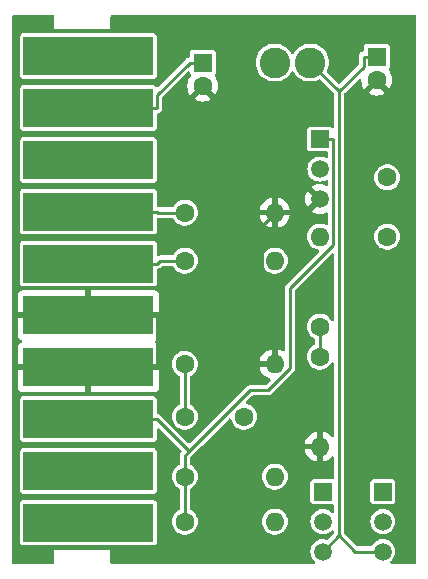
<source format=gbr>
G04 #@! TF.GenerationSoftware,KiCad,Pcbnew,8.0.1*
G04 #@! TF.CreationDate,2024-06-18T22:12:42-04:00*
G04 #@! TF.ProjectId,OdysseyDaughterCardHorizSyncGenerator,4f647973-7365-4794-9461-756768746572,1.0*
G04 #@! TF.SameCoordinates,Original*
G04 #@! TF.FileFunction,Copper,L2,Bot*
G04 #@! TF.FilePolarity,Positive*
%FSLAX46Y46*%
G04 Gerber Fmt 4.6, Leading zero omitted, Abs format (unit mm)*
G04 Created by KiCad (PCBNEW 8.0.1) date 2024-06-18 22:12:42*
%MOMM*%
%LPD*%
G01*
G04 APERTURE LIST*
G04 #@! TA.AperFunction,ComponentPad*
%ADD10R,1.500000X1.500000*%
G04 #@! TD*
G04 #@! TA.AperFunction,ComponentPad*
%ADD11C,1.500000*%
G04 #@! TD*
G04 #@! TA.AperFunction,SMDPad,CuDef*
%ADD12R,11.000000X3.250000*%
G04 #@! TD*
G04 #@! TA.AperFunction,ComponentPad*
%ADD13C,1.600000*%
G04 #@! TD*
G04 #@! TA.AperFunction,ComponentPad*
%ADD14R,1.600000X1.600000*%
G04 #@! TD*
G04 #@! TA.AperFunction,ComponentPad*
%ADD15C,2.600000*%
G04 #@! TD*
G04 #@! TA.AperFunction,ComponentPad*
%ADD16O,1.600000X1.600000*%
G04 #@! TD*
G04 #@! TA.AperFunction,Conductor*
%ADD17C,0.250000*%
G04 #@! TD*
G04 APERTURE END LIST*
D10*
X153924000Y-118110000D03*
D11*
X153924000Y-120650000D03*
X153924000Y-123190000D03*
D10*
X148844000Y-118110000D03*
D11*
X148844000Y-120650000D03*
X148844000Y-123190000D03*
D10*
X148590000Y-88265000D03*
D11*
X148590000Y-90805000D03*
X148590000Y-93345000D03*
D12*
X129000000Y-81250000D03*
X129000000Y-85638888D03*
X129000000Y-90027776D03*
X129000000Y-94416664D03*
X129000000Y-98805552D03*
X129000000Y-103194440D03*
X129000000Y-107583328D03*
X129000000Y-111972216D03*
X129000000Y-116361104D03*
X129000000Y-120749992D03*
D13*
X154305000Y-91520000D03*
X154305000Y-96520000D03*
X142160000Y-111760000D03*
X137160000Y-111760000D03*
X138684000Y-83788000D03*
D14*
X138684000Y-81788000D03*
D13*
X153416000Y-83280000D03*
D14*
X153416000Y-81280000D03*
D15*
X147780000Y-81788000D03*
X144780000Y-81788000D03*
D16*
X144780000Y-120650000D03*
D13*
X137160000Y-120650000D03*
D16*
X144780000Y-98552000D03*
D13*
X137160000Y-98552000D03*
D16*
X144780000Y-116840000D03*
D13*
X137160000Y-116840000D03*
D16*
X148590000Y-96520000D03*
D13*
X148590000Y-104140000D03*
D16*
X144780000Y-107315000D03*
D13*
X137160000Y-107315000D03*
D16*
X148590000Y-114300000D03*
D13*
X148590000Y-106680000D03*
D16*
X144780000Y-94488000D03*
D13*
X137160000Y-94488000D03*
D17*
X151605600Y-123190000D02*
X150224800Y-121809200D01*
X153924000Y-123190000D02*
X151605600Y-123190000D01*
X150224800Y-121809200D02*
X148844000Y-123190000D01*
X150224800Y-84232800D02*
X150224800Y-121809200D01*
X143654700Y-95613300D02*
X143654700Y-103194400D01*
X144780000Y-94488000D02*
X143654700Y-95613300D01*
X137160000Y-107315000D02*
X137160000Y-111760000D01*
X134825300Y-84521400D02*
X134825300Y-85638900D01*
X138684000Y-81788000D02*
X137558700Y-81788000D01*
X137558700Y-81788000D02*
X134825300Y-84521400D01*
X129000000Y-85638900D02*
X134825300Y-85638900D01*
X143654700Y-103194400D02*
X134825300Y-103194400D01*
X143654700Y-103194400D02*
X143654700Y-105064400D01*
X144780000Y-107315000D02*
X144780000Y-106189700D01*
X129000000Y-103194400D02*
X134825300Y-103194400D01*
X129000000Y-107583300D02*
X134825300Y-107583300D01*
X134825300Y-107583300D02*
X134825300Y-103194400D01*
X143654700Y-105064400D02*
X144780000Y-106189700D01*
X152290700Y-82166900D02*
X150224800Y-84232800D01*
X150224800Y-84232800D02*
X147780000Y-81788000D01*
X152290700Y-81280000D02*
X152290700Y-82166900D01*
X153416000Y-81280000D02*
X152290700Y-81280000D01*
X149717900Y-88317600D02*
X149717900Y-97237700D01*
X149665300Y-88265000D02*
X149717900Y-88317600D01*
X137540200Y-114687100D02*
X134825300Y-111972200D01*
X146068500Y-107672100D02*
X144203100Y-109537500D01*
X137540200Y-114687100D02*
X137160000Y-115067300D01*
X146068500Y-100887100D02*
X146068500Y-107672100D01*
X137160000Y-120650000D02*
X137160000Y-116840000D01*
X137160000Y-115067300D02*
X137160000Y-116840000D01*
X129000000Y-111972200D02*
X134825300Y-111972200D01*
X149717900Y-97237700D02*
X146068500Y-100887100D01*
X144203100Y-109537500D02*
X142689800Y-109537500D01*
X148590000Y-88265000D02*
X149665300Y-88265000D01*
X142689800Y-109537500D02*
X137540200Y-114687100D01*
X134896600Y-94488000D02*
X134825300Y-94416700D01*
X137160000Y-94488000D02*
X134896600Y-94488000D01*
X129000000Y-94416700D02*
X134825300Y-94416700D01*
X129000000Y-98805500D02*
X134825300Y-98805500D01*
X135078800Y-98552000D02*
X134825300Y-98805500D01*
X137160000Y-98552000D02*
X135078800Y-98552000D01*
X148590000Y-104140000D02*
X148590000Y-106680000D01*
G04 #@! TA.AperFunction,Conductor*
G36*
X126042539Y-77795185D02*
G01*
X126088294Y-77847989D01*
X126099500Y-77899500D01*
X126099500Y-78884982D01*
X126099500Y-78915018D01*
X126110994Y-78942767D01*
X126132233Y-78964006D01*
X126159982Y-78975500D01*
X126159984Y-78975500D01*
X130790016Y-78975500D01*
X130790018Y-78975500D01*
X130817767Y-78964006D01*
X130839006Y-78942767D01*
X130850500Y-78915018D01*
X130850500Y-77899500D01*
X130870185Y-77832461D01*
X130922989Y-77786706D01*
X130974500Y-77775500D01*
X156645500Y-77775500D01*
X156712539Y-77795185D01*
X156758294Y-77847989D01*
X156769500Y-77899500D01*
X156769500Y-124100500D01*
X156749815Y-124167539D01*
X156697011Y-124213294D01*
X156645500Y-124224500D01*
X154665928Y-124224500D01*
X154598889Y-124204815D01*
X154553134Y-124152011D01*
X154543190Y-124082853D01*
X154572215Y-124019297D01*
X154587264Y-124004646D01*
X154670410Y-123936410D01*
X154801685Y-123776450D01*
X154899232Y-123593954D01*
X154959300Y-123395934D01*
X154979583Y-123190000D01*
X154959300Y-122984066D01*
X154899232Y-122786046D01*
X154801685Y-122603550D01*
X154749702Y-122540209D01*
X154670410Y-122443589D01*
X154510452Y-122312317D01*
X154510453Y-122312317D01*
X154510450Y-122312315D01*
X154327954Y-122214768D01*
X154129934Y-122154700D01*
X154129932Y-122154699D01*
X154129934Y-122154699D01*
X153924000Y-122134417D01*
X153718067Y-122154699D01*
X153520043Y-122214769D01*
X153409898Y-122273643D01*
X153337550Y-122312315D01*
X153337548Y-122312316D01*
X153337547Y-122312317D01*
X153177589Y-122443589D01*
X153046315Y-122603549D01*
X153046310Y-122603555D01*
X152995320Y-122698953D01*
X152946358Y-122748798D01*
X152885962Y-122764500D01*
X151833210Y-122764500D01*
X151766171Y-122744815D01*
X151745529Y-122728181D01*
X150686619Y-121669271D01*
X150653134Y-121607948D01*
X150650300Y-121581590D01*
X150650300Y-120650000D01*
X152868417Y-120650000D01*
X152888699Y-120855932D01*
X152888700Y-120855934D01*
X152948768Y-121053954D01*
X153046315Y-121236450D01*
X153046317Y-121236452D01*
X153177589Y-121396410D01*
X153274209Y-121475702D01*
X153337550Y-121527685D01*
X153520046Y-121625232D01*
X153718066Y-121685300D01*
X153718065Y-121685300D01*
X153736529Y-121687118D01*
X153924000Y-121705583D01*
X154129934Y-121685300D01*
X154327954Y-121625232D01*
X154510450Y-121527685D01*
X154670410Y-121396410D01*
X154801685Y-121236450D01*
X154899232Y-121053954D01*
X154959300Y-120855934D01*
X154979583Y-120650000D01*
X154959300Y-120444066D01*
X154899232Y-120246046D01*
X154801685Y-120063550D01*
X154749702Y-120000209D01*
X154670410Y-119903589D01*
X154510452Y-119772317D01*
X154510453Y-119772317D01*
X154510450Y-119772315D01*
X154327954Y-119674768D01*
X154129934Y-119614700D01*
X154129932Y-119614699D01*
X154129934Y-119614699D01*
X153924000Y-119594417D01*
X153718067Y-119614699D01*
X153520043Y-119674769D01*
X153409898Y-119733643D01*
X153337550Y-119772315D01*
X153337548Y-119772316D01*
X153337547Y-119772317D01*
X153177589Y-119903589D01*
X153046317Y-120063547D01*
X153046315Y-120063550D01*
X153043841Y-120068179D01*
X152948769Y-120246043D01*
X152948768Y-120246045D01*
X152948768Y-120246046D01*
X152941898Y-120268692D01*
X152888699Y-120444067D01*
X152868417Y-120650000D01*
X150650300Y-120650000D01*
X150650300Y-118904856D01*
X152873500Y-118904856D01*
X152873502Y-118904882D01*
X152876413Y-118929987D01*
X152876415Y-118929991D01*
X152921793Y-119032764D01*
X152921794Y-119032765D01*
X153001235Y-119112206D01*
X153104009Y-119157585D01*
X153129135Y-119160500D01*
X154718864Y-119160499D01*
X154718879Y-119160497D01*
X154718882Y-119160497D01*
X154743987Y-119157586D01*
X154743988Y-119157585D01*
X154743991Y-119157585D01*
X154846765Y-119112206D01*
X154926206Y-119032765D01*
X154971585Y-118929991D01*
X154974500Y-118904865D01*
X154974499Y-117315136D01*
X154974497Y-117315117D01*
X154971586Y-117290012D01*
X154971585Y-117290010D01*
X154971585Y-117290009D01*
X154926206Y-117187235D01*
X154846765Y-117107794D01*
X154846763Y-117107793D01*
X154743992Y-117062415D01*
X154718865Y-117059500D01*
X153129143Y-117059500D01*
X153129117Y-117059502D01*
X153104012Y-117062413D01*
X153104008Y-117062415D01*
X153001235Y-117107793D01*
X152921794Y-117187234D01*
X152876415Y-117290006D01*
X152876415Y-117290008D01*
X152873500Y-117315131D01*
X152873500Y-118904856D01*
X150650300Y-118904856D01*
X150650300Y-96520000D01*
X153199785Y-96520000D01*
X153218602Y-96723082D01*
X153274417Y-96919247D01*
X153274422Y-96919260D01*
X153365327Y-97101821D01*
X153488237Y-97264581D01*
X153638958Y-97401980D01*
X153638960Y-97401982D01*
X153718935Y-97451500D01*
X153812363Y-97509348D01*
X154002544Y-97583024D01*
X154203024Y-97620500D01*
X154203026Y-97620500D01*
X154406974Y-97620500D01*
X154406976Y-97620500D01*
X154607456Y-97583024D01*
X154797637Y-97509348D01*
X154971041Y-97401981D01*
X155121764Y-97264579D01*
X155244673Y-97101821D01*
X155335582Y-96919250D01*
X155391397Y-96723083D01*
X155410215Y-96520000D01*
X155391397Y-96316917D01*
X155335582Y-96120750D01*
X155331054Y-96111657D01*
X155291272Y-96031764D01*
X155244673Y-95938179D01*
X155121764Y-95775421D01*
X155121762Y-95775418D01*
X154971041Y-95638019D01*
X154971039Y-95638017D01*
X154797642Y-95530655D01*
X154797635Y-95530651D01*
X154686653Y-95487657D01*
X154607456Y-95456976D01*
X154406976Y-95419500D01*
X154203024Y-95419500D01*
X154002544Y-95456976D01*
X154002541Y-95456976D01*
X154002541Y-95456977D01*
X153812364Y-95530651D01*
X153812357Y-95530655D01*
X153638960Y-95638017D01*
X153638958Y-95638019D01*
X153488237Y-95775418D01*
X153365327Y-95938178D01*
X153274422Y-96120739D01*
X153274417Y-96120752D01*
X153218602Y-96316917D01*
X153199785Y-96519999D01*
X153199785Y-96520000D01*
X150650300Y-96520000D01*
X150650300Y-91520000D01*
X153199785Y-91520000D01*
X153218602Y-91723082D01*
X153274417Y-91919247D01*
X153274422Y-91919260D01*
X153365327Y-92101821D01*
X153488237Y-92264581D01*
X153638958Y-92401980D01*
X153638960Y-92401982D01*
X153738141Y-92463392D01*
X153812363Y-92509348D01*
X154002544Y-92583024D01*
X154203024Y-92620500D01*
X154203026Y-92620500D01*
X154406974Y-92620500D01*
X154406976Y-92620500D01*
X154607456Y-92583024D01*
X154797637Y-92509348D01*
X154971041Y-92401981D01*
X155121764Y-92264579D01*
X155244673Y-92101821D01*
X155335582Y-91919250D01*
X155391397Y-91723083D01*
X155410215Y-91520000D01*
X155391397Y-91316917D01*
X155335582Y-91120750D01*
X155244673Y-90938179D01*
X155121764Y-90775421D01*
X155121762Y-90775418D01*
X154971041Y-90638019D01*
X154971039Y-90638017D01*
X154797642Y-90530655D01*
X154797635Y-90530651D01*
X154702546Y-90493814D01*
X154607456Y-90456976D01*
X154406976Y-90419500D01*
X154203024Y-90419500D01*
X154002544Y-90456976D01*
X154002541Y-90456976D01*
X154002541Y-90456977D01*
X153812364Y-90530651D01*
X153812357Y-90530655D01*
X153638960Y-90638017D01*
X153638958Y-90638019D01*
X153488237Y-90775418D01*
X153365327Y-90938178D01*
X153274422Y-91120739D01*
X153274417Y-91120752D01*
X153218602Y-91316917D01*
X153199785Y-91519999D01*
X153199785Y-91520000D01*
X150650300Y-91520000D01*
X150650300Y-84460409D01*
X150669985Y-84393370D01*
X150686614Y-84372733D01*
X151901935Y-83157412D01*
X151963256Y-83123929D01*
X152032948Y-83128913D01*
X152088881Y-83170785D01*
X152113298Y-83236249D01*
X152113142Y-83255902D01*
X152111034Y-83279997D01*
X152111034Y-83280002D01*
X152130858Y-83506599D01*
X152130860Y-83506610D01*
X152189730Y-83726317D01*
X152189735Y-83726331D01*
X152285863Y-83932478D01*
X152336974Y-84005472D01*
X153016000Y-83326446D01*
X153016000Y-83332661D01*
X153043259Y-83434394D01*
X153095920Y-83525606D01*
X153170394Y-83600080D01*
X153261606Y-83652741D01*
X153363339Y-83680000D01*
X153369553Y-83680000D01*
X152690526Y-84359025D01*
X152763513Y-84410132D01*
X152763521Y-84410136D01*
X152969668Y-84506264D01*
X152969682Y-84506269D01*
X153189389Y-84565139D01*
X153189400Y-84565141D01*
X153415998Y-84584966D01*
X153416002Y-84584966D01*
X153642599Y-84565141D01*
X153642610Y-84565139D01*
X153862317Y-84506269D01*
X153862331Y-84506264D01*
X154068478Y-84410136D01*
X154141471Y-84359024D01*
X153462447Y-83680000D01*
X153468661Y-83680000D01*
X153570394Y-83652741D01*
X153661606Y-83600080D01*
X153736080Y-83525606D01*
X153788741Y-83434394D01*
X153816000Y-83332661D01*
X153816000Y-83326447D01*
X154495024Y-84005471D01*
X154546136Y-83932478D01*
X154642264Y-83726331D01*
X154642269Y-83726317D01*
X154701139Y-83506610D01*
X154701141Y-83506599D01*
X154720966Y-83280002D01*
X154720966Y-83279997D01*
X154701141Y-83053400D01*
X154701139Y-83053389D01*
X154642269Y-82833682D01*
X154642265Y-82833673D01*
X154546133Y-82627516D01*
X154546129Y-82627510D01*
X154419383Y-82446499D01*
X154397055Y-82380293D01*
X154414065Y-82312526D01*
X154433273Y-82287697D01*
X154468206Y-82252765D01*
X154513585Y-82149991D01*
X154516500Y-82124865D01*
X154516499Y-80435136D01*
X154516497Y-80435117D01*
X154513586Y-80410012D01*
X154513585Y-80410010D01*
X154513585Y-80410009D01*
X154468206Y-80307235D01*
X154388765Y-80227794D01*
X154331065Y-80202317D01*
X154285992Y-80182415D01*
X154260865Y-80179500D01*
X152571143Y-80179500D01*
X152571117Y-80179502D01*
X152546012Y-80182413D01*
X152546008Y-80182415D01*
X152443235Y-80227793D01*
X152363794Y-80307234D01*
X152318415Y-80410006D01*
X152318415Y-80410008D01*
X152315500Y-80435131D01*
X152315500Y-80737696D01*
X152295815Y-80804735D01*
X152243011Y-80850490D01*
X152223594Y-80857471D01*
X152126461Y-80883497D01*
X152126460Y-80883498D01*
X152029440Y-80939513D01*
X152029434Y-80939517D01*
X151950217Y-81018734D01*
X151950213Y-81018740D01*
X151894198Y-81115760D01*
X151894197Y-81115763D01*
X151865200Y-81223982D01*
X151865200Y-81939289D01*
X151845515Y-82006328D01*
X151828881Y-82026970D01*
X150312480Y-83543370D01*
X150251157Y-83576855D01*
X150181465Y-83571871D01*
X150137118Y-83543370D01*
X149239805Y-82646057D01*
X149206320Y-82584734D01*
X149211304Y-82515042D01*
X149212925Y-82510923D01*
X149306873Y-82284110D01*
X149314398Y-82252765D01*
X149365683Y-82039148D01*
X149385449Y-81788000D01*
X149365683Y-81536852D01*
X149306873Y-81291889D01*
X149233920Y-81115763D01*
X149210466Y-81059140D01*
X149078839Y-80844346D01*
X149078838Y-80844343D01*
X149041875Y-80801066D01*
X148915224Y-80652776D01*
X148788571Y-80544604D01*
X148723656Y-80489161D01*
X148723653Y-80489160D01*
X148508859Y-80357533D01*
X148276110Y-80261126D01*
X148031151Y-80202317D01*
X147780000Y-80182551D01*
X147528848Y-80202317D01*
X147283889Y-80261126D01*
X147051140Y-80357533D01*
X146836346Y-80489160D01*
X146836343Y-80489161D01*
X146644776Y-80652776D01*
X146481161Y-80844343D01*
X146481160Y-80844346D01*
X146385727Y-81000078D01*
X146333915Y-81046953D01*
X146264985Y-81058376D01*
X146200823Y-81030718D01*
X146174273Y-81000078D01*
X146078839Y-80844346D01*
X146078838Y-80844343D01*
X146041875Y-80801066D01*
X145915224Y-80652776D01*
X145788571Y-80544604D01*
X145723656Y-80489161D01*
X145723653Y-80489160D01*
X145508859Y-80357533D01*
X145276110Y-80261126D01*
X145031151Y-80202317D01*
X144780000Y-80182551D01*
X144528848Y-80202317D01*
X144283889Y-80261126D01*
X144051140Y-80357533D01*
X143836346Y-80489160D01*
X143836343Y-80489161D01*
X143644776Y-80652776D01*
X143481161Y-80844343D01*
X143481160Y-80844346D01*
X143349533Y-81059140D01*
X143253126Y-81291889D01*
X143194317Y-81536848D01*
X143174551Y-81788000D01*
X143194317Y-82039151D01*
X143253126Y-82284110D01*
X143349533Y-82516859D01*
X143481160Y-82731653D01*
X143481161Y-82731656D01*
X143481164Y-82731659D01*
X143644776Y-82923224D01*
X143717841Y-82985627D01*
X143836343Y-83086838D01*
X143836346Y-83086839D01*
X144051140Y-83218466D01*
X144283889Y-83314873D01*
X144528852Y-83373683D01*
X144780000Y-83393449D01*
X145031148Y-83373683D01*
X145276111Y-83314873D01*
X145508859Y-83218466D01*
X145723659Y-83086836D01*
X145915224Y-82923224D01*
X146078836Y-82731659D01*
X146174273Y-82575921D01*
X146226085Y-82529046D01*
X146295014Y-82517623D01*
X146359177Y-82545280D01*
X146385727Y-82575921D01*
X146481160Y-82731653D01*
X146481161Y-82731656D01*
X146481164Y-82731659D01*
X146644776Y-82923224D01*
X146717841Y-82985627D01*
X146836343Y-83086838D01*
X146836346Y-83086839D01*
X147051140Y-83218466D01*
X147283889Y-83314873D01*
X147528852Y-83373683D01*
X147780000Y-83393449D01*
X148031148Y-83373683D01*
X148276111Y-83314873D01*
X148438028Y-83247805D01*
X148502923Y-83220925D01*
X148572393Y-83213456D01*
X148634872Y-83244731D01*
X148638057Y-83247805D01*
X149762981Y-84372728D01*
X149796466Y-84434051D01*
X149799300Y-84460409D01*
X149799300Y-87249967D01*
X149779615Y-87317006D01*
X149726811Y-87362761D01*
X149657653Y-87372705D01*
X149594097Y-87343680D01*
X149587619Y-87337648D01*
X149512765Y-87262794D01*
X149409992Y-87217415D01*
X149384865Y-87214500D01*
X147795143Y-87214500D01*
X147795117Y-87214502D01*
X147770012Y-87217413D01*
X147770008Y-87217415D01*
X147667235Y-87262793D01*
X147587794Y-87342234D01*
X147542415Y-87445006D01*
X147542415Y-87445008D01*
X147539500Y-87470131D01*
X147539500Y-89059856D01*
X147539502Y-89059882D01*
X147542413Y-89084987D01*
X147542415Y-89084991D01*
X147587793Y-89187764D01*
X147587794Y-89187765D01*
X147667235Y-89267206D01*
X147770009Y-89312585D01*
X147795135Y-89315500D01*
X149168400Y-89315499D01*
X149235439Y-89335184D01*
X149281194Y-89387987D01*
X149292400Y-89439499D01*
X149292400Y-89782409D01*
X149272715Y-89849448D01*
X149219911Y-89895203D01*
X149150753Y-89905147D01*
X149109947Y-89891767D01*
X148993958Y-89829769D01*
X148837830Y-89782409D01*
X148795934Y-89769700D01*
X148795932Y-89769699D01*
X148795934Y-89769699D01*
X148590000Y-89749417D01*
X148384067Y-89769699D01*
X148186043Y-89829769D01*
X148075898Y-89888643D01*
X148003550Y-89927315D01*
X148003548Y-89927316D01*
X148003547Y-89927317D01*
X147843589Y-90058589D01*
X147712317Y-90218547D01*
X147614769Y-90401043D01*
X147554699Y-90599067D01*
X147534417Y-90805000D01*
X147554699Y-91010932D01*
X147554700Y-91010934D01*
X147614768Y-91208954D01*
X147712315Y-91391450D01*
X147712317Y-91391452D01*
X147843589Y-91551410D01*
X147940209Y-91630702D01*
X148003550Y-91682685D01*
X148186046Y-91780232D01*
X148384066Y-91840300D01*
X148384065Y-91840300D01*
X148408255Y-91842682D01*
X148497673Y-91851489D01*
X148562459Y-91877650D01*
X148590431Y-91917180D01*
X148608202Y-91885830D01*
X148670049Y-91853323D01*
X148682317Y-91851490D01*
X148795934Y-91840300D01*
X148993954Y-91780232D01*
X149109947Y-91718231D01*
X149178349Y-91703990D01*
X149243593Y-91728990D01*
X149284964Y-91785294D01*
X149292400Y-91827590D01*
X149292400Y-92098670D01*
X149272715Y-92165709D01*
X149219911Y-92211464D01*
X149150753Y-92221408D01*
X149115996Y-92211053D01*
X149019155Y-92165896D01*
X149019150Y-92165894D01*
X148807894Y-92109289D01*
X148807884Y-92109287D01*
X148683673Y-92098420D01*
X148618604Y-92072967D01*
X148589494Y-92032766D01*
X148570821Y-92064889D01*
X148508623Y-92096720D01*
X148496326Y-92098420D01*
X148372115Y-92109287D01*
X148372105Y-92109289D01*
X148160849Y-92165894D01*
X148160840Y-92165898D01*
X147962613Y-92258333D01*
X147900427Y-92301874D01*
X148543553Y-92945000D01*
X148537339Y-92945000D01*
X148435606Y-92972259D01*
X148344394Y-93024920D01*
X148269920Y-93099394D01*
X148217259Y-93190606D01*
X148190000Y-93292339D01*
X148190000Y-93298554D01*
X147546874Y-92655428D01*
X147503333Y-92717613D01*
X147410898Y-92915840D01*
X147410894Y-92915849D01*
X147354289Y-93127105D01*
X147354287Y-93127115D01*
X147335225Y-93344999D01*
X147335225Y-93345000D01*
X147354287Y-93562884D01*
X147354289Y-93562894D01*
X147410894Y-93774150D01*
X147410898Y-93774159D01*
X147503333Y-93972387D01*
X147546874Y-94034571D01*
X148190000Y-93391445D01*
X148190000Y-93397661D01*
X148217259Y-93499394D01*
X148269920Y-93590606D01*
X148344394Y-93665080D01*
X148435606Y-93717741D01*
X148537339Y-93745000D01*
X148543551Y-93745000D01*
X147900427Y-94388124D01*
X147962612Y-94431666D01*
X148160840Y-94524101D01*
X148160849Y-94524105D01*
X148372105Y-94580710D01*
X148372115Y-94580712D01*
X148589999Y-94599775D01*
X148590001Y-94599775D01*
X148807884Y-94580712D01*
X148807894Y-94580710D01*
X149019150Y-94524105D01*
X149019159Y-94524101D01*
X149115995Y-94478947D01*
X149185073Y-94468455D01*
X149248857Y-94496975D01*
X149287096Y-94555451D01*
X149292400Y-94591329D01*
X149292400Y-95437909D01*
X149272715Y-95504948D01*
X149219911Y-95550703D01*
X149150753Y-95560647D01*
X149103123Y-95543336D01*
X149082642Y-95530655D01*
X149082635Y-95530651D01*
X148971653Y-95487657D01*
X148892456Y-95456976D01*
X148691976Y-95419500D01*
X148488024Y-95419500D01*
X148287544Y-95456976D01*
X148287541Y-95456976D01*
X148287541Y-95456977D01*
X148097364Y-95530651D01*
X148097357Y-95530655D01*
X147923960Y-95638017D01*
X147923958Y-95638019D01*
X147773237Y-95775418D01*
X147650327Y-95938178D01*
X147559422Y-96120739D01*
X147559417Y-96120752D01*
X147503602Y-96316917D01*
X147484785Y-96519999D01*
X147484785Y-96520000D01*
X147503602Y-96723082D01*
X147559417Y-96919247D01*
X147559422Y-96919260D01*
X147650327Y-97101821D01*
X147773237Y-97264581D01*
X147923958Y-97401980D01*
X147923960Y-97401982D01*
X148003935Y-97451500D01*
X148097363Y-97509348D01*
X148287544Y-97583024D01*
X148463476Y-97615911D01*
X148525755Y-97647578D01*
X148561028Y-97707890D01*
X148558094Y-97777698D01*
X148528370Y-97825480D01*
X145807237Y-100546615D01*
X145728017Y-100625834D01*
X145728013Y-100625840D01*
X145671998Y-100722860D01*
X145671997Y-100722863D01*
X145643000Y-100831082D01*
X145643000Y-106094069D01*
X145623315Y-106161108D01*
X145570511Y-106206863D01*
X145501353Y-106216807D01*
X145447879Y-106195646D01*
X145432483Y-106184866D01*
X145226328Y-106088734D01*
X145030000Y-106036127D01*
X145030000Y-106999314D01*
X145025606Y-106994920D01*
X144934394Y-106942259D01*
X144832661Y-106915000D01*
X144727339Y-106915000D01*
X144625606Y-106942259D01*
X144534394Y-106994920D01*
X144530000Y-106999314D01*
X144530000Y-106036127D01*
X144333671Y-106088734D01*
X144127517Y-106184865D01*
X143941179Y-106315342D01*
X143780342Y-106476179D01*
X143649865Y-106662517D01*
X143553734Y-106868673D01*
X143553730Y-106868682D01*
X143501127Y-107064999D01*
X143501128Y-107065000D01*
X144464314Y-107065000D01*
X144459920Y-107069394D01*
X144407259Y-107160606D01*
X144380000Y-107262339D01*
X144380000Y-107367661D01*
X144407259Y-107469394D01*
X144459920Y-107560606D01*
X144464314Y-107565000D01*
X143501128Y-107565000D01*
X143553730Y-107761317D01*
X143553734Y-107761326D01*
X143649865Y-107967482D01*
X143780342Y-108153820D01*
X143941179Y-108314657D01*
X144127517Y-108445134D01*
X144333673Y-108541265D01*
X144333687Y-108541271D01*
X144334355Y-108541450D01*
X144334616Y-108541609D01*
X144338769Y-108543121D01*
X144338465Y-108543955D01*
X144394016Y-108577813D01*
X144424547Y-108640660D01*
X144416253Y-108710036D01*
X144389945Y-108748906D01*
X144063171Y-109075681D01*
X144001848Y-109109166D01*
X143975490Y-109112000D01*
X142745818Y-109112000D01*
X142633781Y-109112000D01*
X142525563Y-109140997D01*
X142525561Y-109140998D01*
X142525560Y-109140998D01*
X142428540Y-109197013D01*
X142428534Y-109197017D01*
X137627881Y-113997671D01*
X137566558Y-114031156D01*
X137496866Y-114026172D01*
X137452519Y-113997671D01*
X135214848Y-111760000D01*
X136054785Y-111760000D01*
X136073602Y-111963082D01*
X136129417Y-112159247D01*
X136129422Y-112159260D01*
X136220327Y-112341821D01*
X136343237Y-112504581D01*
X136493958Y-112641980D01*
X136493960Y-112641982D01*
X136593141Y-112703392D01*
X136667363Y-112749348D01*
X136857544Y-112823024D01*
X137058024Y-112860500D01*
X137058026Y-112860500D01*
X137261974Y-112860500D01*
X137261976Y-112860500D01*
X137462456Y-112823024D01*
X137652637Y-112749348D01*
X137826041Y-112641981D01*
X137976764Y-112504579D01*
X138099673Y-112341821D01*
X138190582Y-112159250D01*
X138246397Y-111963083D01*
X138265215Y-111760000D01*
X138246397Y-111556917D01*
X138190582Y-111360750D01*
X138099673Y-111178179D01*
X137976764Y-111015421D01*
X137976762Y-111015418D01*
X137826041Y-110878019D01*
X137826039Y-110878017D01*
X137647763Y-110767634D01*
X137648620Y-110766248D01*
X137602987Y-110723934D01*
X137585500Y-110660444D01*
X137585500Y-108414555D01*
X137605185Y-108347516D01*
X137648555Y-108308645D01*
X137647763Y-108307366D01*
X137826039Y-108196982D01*
X137826038Y-108196982D01*
X137826041Y-108196981D01*
X137976764Y-108059579D01*
X138099673Y-107896821D01*
X138190582Y-107714250D01*
X138246397Y-107518083D01*
X138265215Y-107315000D01*
X138246397Y-107111917D01*
X138190582Y-106915750D01*
X138174315Y-106883082D01*
X138146272Y-106826764D01*
X138099673Y-106733179D01*
X137976764Y-106570421D01*
X137976762Y-106570418D01*
X137826041Y-106433019D01*
X137826039Y-106433017D01*
X137652642Y-106325655D01*
X137652635Y-106325651D01*
X137536702Y-106280739D01*
X137462456Y-106251976D01*
X137261976Y-106214500D01*
X137058024Y-106214500D01*
X136857544Y-106251976D01*
X136857541Y-106251976D01*
X136857541Y-106251977D01*
X136667364Y-106325651D01*
X136667357Y-106325655D01*
X136493960Y-106433017D01*
X136493958Y-106433019D01*
X136343237Y-106570418D01*
X136220327Y-106733178D01*
X136129422Y-106915739D01*
X136129417Y-106915752D01*
X136073602Y-107111917D01*
X136054785Y-107314999D01*
X136054785Y-107315000D01*
X136073602Y-107518082D01*
X136129417Y-107714247D01*
X136129422Y-107714260D01*
X136220327Y-107896821D01*
X136343237Y-108059581D01*
X136493958Y-108196980D01*
X136493960Y-108196982D01*
X136672237Y-108307366D01*
X136671375Y-108308756D01*
X136716998Y-108351041D01*
X136734500Y-108414555D01*
X136734500Y-110660444D01*
X136714815Y-110727483D01*
X136671447Y-110766359D01*
X136672237Y-110767634D01*
X136493960Y-110878017D01*
X136493958Y-110878019D01*
X136343237Y-111015418D01*
X136220327Y-111178178D01*
X136129422Y-111360739D01*
X136129417Y-111360752D01*
X136073602Y-111556917D01*
X136054785Y-111759999D01*
X136054785Y-111760000D01*
X135214848Y-111760000D01*
X135086565Y-111631717D01*
X135086563Y-111631715D01*
X134989539Y-111575698D01*
X134989538Y-111575697D01*
X134940898Y-111562664D01*
X134892404Y-111549670D01*
X134832745Y-111513306D01*
X134802216Y-111450459D01*
X134800499Y-111429896D01*
X134800499Y-110302359D01*
X134800499Y-110302352D01*
X134800497Y-110302333D01*
X134797586Y-110277228D01*
X134797585Y-110277226D01*
X134797585Y-110277225D01*
X134752206Y-110174451D01*
X134672765Y-110095010D01*
X134672763Y-110095009D01*
X134569992Y-110049631D01*
X134544865Y-110046716D01*
X123455143Y-110046716D01*
X123455117Y-110046718D01*
X123430012Y-110049629D01*
X123430008Y-110049631D01*
X123327235Y-110095009D01*
X123247794Y-110174450D01*
X123202415Y-110277222D01*
X123202415Y-110277224D01*
X123199500Y-110302347D01*
X123199500Y-113642072D01*
X123199502Y-113642098D01*
X123202413Y-113667203D01*
X123202415Y-113667207D01*
X123247793Y-113769980D01*
X123247794Y-113769981D01*
X123327235Y-113849422D01*
X123430009Y-113894801D01*
X123455135Y-113897716D01*
X134544864Y-113897715D01*
X134544879Y-113897713D01*
X134544882Y-113897713D01*
X134569987Y-113894802D01*
X134569988Y-113894801D01*
X134569991Y-113894801D01*
X134672765Y-113849422D01*
X134752206Y-113769981D01*
X134797585Y-113667207D01*
X134800500Y-113642081D01*
X134800499Y-112848508D01*
X134820183Y-112781470D01*
X134872987Y-112735715D01*
X134942146Y-112725771D01*
X135005702Y-112754796D01*
X135012180Y-112760828D01*
X136850771Y-114599419D01*
X136884256Y-114660742D01*
X136879272Y-114730434D01*
X136850771Y-114774781D01*
X136819517Y-114806034D01*
X136819513Y-114806040D01*
X136763498Y-114903060D01*
X136763497Y-114903063D01*
X136734500Y-115011282D01*
X136734500Y-115740444D01*
X136714815Y-115807483D01*
X136671447Y-115846359D01*
X136672237Y-115847634D01*
X136493960Y-115958017D01*
X136493958Y-115958019D01*
X136343237Y-116095418D01*
X136220327Y-116258178D01*
X136129422Y-116440739D01*
X136129417Y-116440752D01*
X136073602Y-116636917D01*
X136054785Y-116839999D01*
X136054785Y-116840000D01*
X136073602Y-117043082D01*
X136129417Y-117239247D01*
X136129422Y-117239260D01*
X136220327Y-117421821D01*
X136343237Y-117584581D01*
X136493958Y-117721980D01*
X136493960Y-117721982D01*
X136672237Y-117832366D01*
X136671375Y-117833756D01*
X136716998Y-117876041D01*
X136734500Y-117939555D01*
X136734500Y-119550444D01*
X136714815Y-119617483D01*
X136671447Y-119656359D01*
X136672237Y-119657634D01*
X136493960Y-119768017D01*
X136493958Y-119768019D01*
X136343237Y-119905418D01*
X136220327Y-120068178D01*
X136129422Y-120250739D01*
X136129417Y-120250752D01*
X136073602Y-120446917D01*
X136054785Y-120649999D01*
X136054785Y-120650000D01*
X136073602Y-120853082D01*
X136129417Y-121049247D01*
X136129422Y-121049260D01*
X136220327Y-121231821D01*
X136343237Y-121394581D01*
X136493958Y-121531980D01*
X136493960Y-121531982D01*
X136574079Y-121581589D01*
X136667363Y-121639348D01*
X136857544Y-121713024D01*
X137058024Y-121750500D01*
X137058026Y-121750500D01*
X137261974Y-121750500D01*
X137261976Y-121750500D01*
X137462456Y-121713024D01*
X137652637Y-121639348D01*
X137826041Y-121531981D01*
X137954122Y-121415219D01*
X137976762Y-121394581D01*
X137976764Y-121394579D01*
X138099673Y-121231821D01*
X138190582Y-121049250D01*
X138246397Y-120853083D01*
X138265215Y-120650000D01*
X143674785Y-120650000D01*
X143693602Y-120853082D01*
X143749417Y-121049247D01*
X143749422Y-121049260D01*
X143840327Y-121231821D01*
X143963237Y-121394581D01*
X144113958Y-121531980D01*
X144113960Y-121531982D01*
X144194079Y-121581589D01*
X144287363Y-121639348D01*
X144477544Y-121713024D01*
X144678024Y-121750500D01*
X144678026Y-121750500D01*
X144881974Y-121750500D01*
X144881976Y-121750500D01*
X145082456Y-121713024D01*
X145272637Y-121639348D01*
X145446041Y-121531981D01*
X145574122Y-121415219D01*
X145596762Y-121394581D01*
X145596764Y-121394579D01*
X145719673Y-121231821D01*
X145810582Y-121049250D01*
X145866397Y-120853083D01*
X145885215Y-120650000D01*
X145866397Y-120446917D01*
X145810582Y-120250750D01*
X145808238Y-120246043D01*
X145766272Y-120161764D01*
X145719673Y-120068179D01*
X145619747Y-119935855D01*
X145596762Y-119905418D01*
X145446041Y-119768019D01*
X145446039Y-119768017D01*
X145272642Y-119660655D01*
X145272635Y-119660651D01*
X145152043Y-119613934D01*
X145082456Y-119586976D01*
X144881976Y-119549500D01*
X144678024Y-119549500D01*
X144477544Y-119586976D01*
X144477541Y-119586976D01*
X144477541Y-119586977D01*
X144287364Y-119660651D01*
X144287357Y-119660655D01*
X144113960Y-119768017D01*
X144113958Y-119768019D01*
X143963237Y-119905418D01*
X143840327Y-120068178D01*
X143749422Y-120250739D01*
X143749417Y-120250752D01*
X143693602Y-120446917D01*
X143674785Y-120649999D01*
X143674785Y-120650000D01*
X138265215Y-120650000D01*
X138246397Y-120446917D01*
X138190582Y-120250750D01*
X138188238Y-120246043D01*
X138146272Y-120161764D01*
X138099673Y-120068179D01*
X137999747Y-119935855D01*
X137976762Y-119905418D01*
X137826041Y-119768019D01*
X137826039Y-119768017D01*
X137647763Y-119657634D01*
X137648620Y-119656248D01*
X137602987Y-119613934D01*
X137585500Y-119550444D01*
X137585500Y-117939555D01*
X137605185Y-117872516D01*
X137648555Y-117833645D01*
X137647763Y-117832366D01*
X137826039Y-117721982D01*
X137826038Y-117721982D01*
X137826041Y-117721981D01*
X137976764Y-117584579D01*
X138099673Y-117421821D01*
X138190582Y-117239250D01*
X138246397Y-117043083D01*
X138265215Y-116840000D01*
X143674785Y-116840000D01*
X143693602Y-117043082D01*
X143749417Y-117239247D01*
X143749422Y-117239260D01*
X143840327Y-117421821D01*
X143963237Y-117584581D01*
X144113958Y-117721980D01*
X144113960Y-117721982D01*
X144213141Y-117783392D01*
X144287363Y-117829348D01*
X144477544Y-117903024D01*
X144678024Y-117940500D01*
X144678026Y-117940500D01*
X144881974Y-117940500D01*
X144881976Y-117940500D01*
X145082456Y-117903024D01*
X145272637Y-117829348D01*
X145446041Y-117721981D01*
X145596764Y-117584579D01*
X145719673Y-117421821D01*
X145810582Y-117239250D01*
X145866397Y-117043083D01*
X145885215Y-116840000D01*
X145866397Y-116636917D01*
X145810582Y-116440750D01*
X145719673Y-116258179D01*
X145596764Y-116095421D01*
X145596762Y-116095418D01*
X145446041Y-115958019D01*
X145446039Y-115958017D01*
X145272642Y-115850655D01*
X145272635Y-115850651D01*
X145152043Y-115803934D01*
X145082456Y-115776976D01*
X144881976Y-115739500D01*
X144678024Y-115739500D01*
X144477544Y-115776976D01*
X144477541Y-115776976D01*
X144477541Y-115776977D01*
X144287364Y-115850651D01*
X144287357Y-115850655D01*
X144113960Y-115958017D01*
X144113958Y-115958019D01*
X143963237Y-116095418D01*
X143840327Y-116258178D01*
X143749422Y-116440739D01*
X143749417Y-116440752D01*
X143693602Y-116636917D01*
X143674785Y-116839999D01*
X143674785Y-116840000D01*
X138265215Y-116840000D01*
X138246397Y-116636917D01*
X138190582Y-116440750D01*
X138099673Y-116258179D01*
X137976764Y-116095421D01*
X137976762Y-116095418D01*
X137826041Y-115958019D01*
X137826039Y-115958017D01*
X137647763Y-115847634D01*
X137648620Y-115846248D01*
X137602987Y-115803934D01*
X137585500Y-115740444D01*
X137585500Y-115294910D01*
X137605185Y-115227871D01*
X137621819Y-115207229D01*
X137880685Y-114948363D01*
X138581709Y-114247339D01*
X140878409Y-111950637D01*
X140939730Y-111917154D01*
X141009422Y-111922138D01*
X141065355Y-111964010D01*
X141085354Y-112004385D01*
X141129417Y-112159247D01*
X141129422Y-112159260D01*
X141220327Y-112341821D01*
X141343237Y-112504581D01*
X141493958Y-112641980D01*
X141493960Y-112641982D01*
X141593141Y-112703392D01*
X141667363Y-112749348D01*
X141857544Y-112823024D01*
X142058024Y-112860500D01*
X142058026Y-112860500D01*
X142261974Y-112860500D01*
X142261976Y-112860500D01*
X142462456Y-112823024D01*
X142652637Y-112749348D01*
X142826041Y-112641981D01*
X142976764Y-112504579D01*
X143099673Y-112341821D01*
X143190582Y-112159250D01*
X143246397Y-111963083D01*
X143265215Y-111760000D01*
X143246397Y-111556917D01*
X143190582Y-111360750D01*
X143099673Y-111178179D01*
X142976764Y-111015421D01*
X142976762Y-111015418D01*
X142826041Y-110878019D01*
X142826039Y-110878017D01*
X142652642Y-110770655D01*
X142652635Y-110770651D01*
X142462455Y-110696975D01*
X142415342Y-110688168D01*
X142353062Y-110656499D01*
X142317789Y-110596187D01*
X142320724Y-110526379D01*
X142350446Y-110478601D01*
X142829729Y-109999319D01*
X142891052Y-109965834D01*
X142917410Y-109963000D01*
X144259116Y-109963000D01*
X144259118Y-109963000D01*
X144367337Y-109934003D01*
X144464363Y-109877985D01*
X146408985Y-107933363D01*
X146465003Y-107836337D01*
X146494000Y-107728118D01*
X146494000Y-107616082D01*
X146494000Y-101114710D01*
X146513685Y-101047671D01*
X146530319Y-101027029D01*
X149587619Y-97969729D01*
X149648942Y-97936244D01*
X149718634Y-97941228D01*
X149774567Y-97983100D01*
X149798984Y-98048564D01*
X149799300Y-98057410D01*
X149799300Y-103572447D01*
X149779615Y-103639486D01*
X149726811Y-103685241D01*
X149657653Y-103695185D01*
X149594097Y-103666160D01*
X149564300Y-103627719D01*
X149548813Y-103596619D01*
X149529673Y-103558179D01*
X149470704Y-103480091D01*
X149406762Y-103395418D01*
X149256041Y-103258019D01*
X149256039Y-103258017D01*
X149082642Y-103150655D01*
X149082635Y-103150651D01*
X148987546Y-103113814D01*
X148892456Y-103076976D01*
X148691976Y-103039500D01*
X148488024Y-103039500D01*
X148287544Y-103076976D01*
X148287541Y-103076976D01*
X148287541Y-103076977D01*
X148097364Y-103150651D01*
X148097357Y-103150655D01*
X147923960Y-103258017D01*
X147923958Y-103258019D01*
X147773237Y-103395418D01*
X147650327Y-103558178D01*
X147559422Y-103740739D01*
X147559417Y-103740752D01*
X147503602Y-103936917D01*
X147484785Y-104139999D01*
X147484785Y-104140000D01*
X147503602Y-104343082D01*
X147559417Y-104539247D01*
X147559422Y-104539260D01*
X147650327Y-104721821D01*
X147773237Y-104884581D01*
X147923958Y-105021980D01*
X147923960Y-105021982D01*
X148102237Y-105132366D01*
X148101375Y-105133756D01*
X148146998Y-105176041D01*
X148164500Y-105239555D01*
X148164500Y-105580444D01*
X148144815Y-105647483D01*
X148101447Y-105686359D01*
X148102237Y-105687634D01*
X147923960Y-105798017D01*
X147923958Y-105798019D01*
X147773237Y-105935418D01*
X147650327Y-106098178D01*
X147559422Y-106280739D01*
X147559417Y-106280752D01*
X147503602Y-106476917D01*
X147484785Y-106679999D01*
X147484785Y-106680000D01*
X147503602Y-106883082D01*
X147559417Y-107079247D01*
X147559422Y-107079260D01*
X147650327Y-107261821D01*
X147773237Y-107424581D01*
X147923958Y-107561980D01*
X147923960Y-107561982D01*
X148011335Y-107616082D01*
X148097363Y-107669348D01*
X148287544Y-107743024D01*
X148488024Y-107780500D01*
X148488026Y-107780500D01*
X148691974Y-107780500D01*
X148691976Y-107780500D01*
X148892456Y-107743024D01*
X149082637Y-107669348D01*
X149256041Y-107561981D01*
X149406764Y-107424579D01*
X149529673Y-107261821D01*
X149564300Y-107192281D01*
X149611802Y-107141044D01*
X149679465Y-107123622D01*
X149745806Y-107145547D01*
X149789761Y-107199858D01*
X149799300Y-107247552D01*
X149799300Y-113371460D01*
X149779615Y-113438499D01*
X149726811Y-113484254D01*
X149657653Y-113494198D01*
X149594097Y-113465173D01*
X149587619Y-113459141D01*
X149428820Y-113300342D01*
X149242482Y-113169865D01*
X149036328Y-113073734D01*
X148840000Y-113021127D01*
X148840000Y-113984314D01*
X148835606Y-113979920D01*
X148744394Y-113927259D01*
X148642661Y-113900000D01*
X148537339Y-113900000D01*
X148435606Y-113927259D01*
X148344394Y-113979920D01*
X148340000Y-113984314D01*
X148340000Y-113021127D01*
X148143671Y-113073734D01*
X147937517Y-113169865D01*
X147751179Y-113300342D01*
X147590342Y-113461179D01*
X147459865Y-113647517D01*
X147363734Y-113853673D01*
X147363730Y-113853682D01*
X147311127Y-114049999D01*
X147311128Y-114050000D01*
X148274314Y-114050000D01*
X148269920Y-114054394D01*
X148217259Y-114145606D01*
X148190000Y-114247339D01*
X148190000Y-114352661D01*
X148217259Y-114454394D01*
X148269920Y-114545606D01*
X148274314Y-114550000D01*
X147311128Y-114550000D01*
X147363730Y-114746317D01*
X147363734Y-114746326D01*
X147459865Y-114952482D01*
X147590342Y-115138820D01*
X147751179Y-115299657D01*
X147937517Y-115430134D01*
X148143673Y-115526265D01*
X148143682Y-115526269D01*
X148339999Y-115578872D01*
X148340000Y-115578871D01*
X148340000Y-114615686D01*
X148344394Y-114620080D01*
X148435606Y-114672741D01*
X148537339Y-114700000D01*
X148642661Y-114700000D01*
X148744394Y-114672741D01*
X148835606Y-114620080D01*
X148840000Y-114615686D01*
X148840000Y-115578872D01*
X149036317Y-115526269D01*
X149036326Y-115526265D01*
X149242482Y-115430134D01*
X149428820Y-115299657D01*
X149587619Y-115140859D01*
X149648942Y-115107374D01*
X149718634Y-115112358D01*
X149774567Y-115154230D01*
X149798984Y-115219694D01*
X149799300Y-115228540D01*
X149799300Y-116938895D01*
X149779615Y-117005934D01*
X149726811Y-117051689D01*
X149661010Y-117062069D01*
X149638866Y-117059500D01*
X148049143Y-117059500D01*
X148049117Y-117059502D01*
X148024012Y-117062413D01*
X148024008Y-117062415D01*
X147921235Y-117107793D01*
X147841794Y-117187234D01*
X147796415Y-117290006D01*
X147796415Y-117290008D01*
X147793500Y-117315131D01*
X147793500Y-118904856D01*
X147793502Y-118904882D01*
X147796413Y-118929987D01*
X147796415Y-118929991D01*
X147841793Y-119032764D01*
X147841794Y-119032765D01*
X147921235Y-119112206D01*
X148024009Y-119157585D01*
X148049135Y-119160500D01*
X149638864Y-119160499D01*
X149661013Y-119157930D01*
X149729873Y-119169759D01*
X149781408Y-119216939D01*
X149799300Y-119281104D01*
X149799300Y-119813117D01*
X149779615Y-119880156D01*
X149726811Y-119925911D01*
X149657653Y-119935855D01*
X149595214Y-119907340D01*
X149595120Y-119907455D01*
X149594686Y-119907099D01*
X149594097Y-119906830D01*
X149592155Y-119905021D01*
X149430452Y-119772317D01*
X149430453Y-119772317D01*
X149430450Y-119772315D01*
X149247954Y-119674768D01*
X149049934Y-119614700D01*
X149049932Y-119614699D01*
X149049934Y-119614699D01*
X148844000Y-119594417D01*
X148638067Y-119614699D01*
X148440043Y-119674769D01*
X148329898Y-119733643D01*
X148257550Y-119772315D01*
X148257548Y-119772316D01*
X148257547Y-119772317D01*
X148097589Y-119903589D01*
X147966317Y-120063547D01*
X147966315Y-120063550D01*
X147963841Y-120068179D01*
X147868769Y-120246043D01*
X147868768Y-120246045D01*
X147868768Y-120246046D01*
X147861898Y-120268692D01*
X147808699Y-120444067D01*
X147788417Y-120650000D01*
X147808699Y-120855932D01*
X147808700Y-120855934D01*
X147868768Y-121053954D01*
X147966315Y-121236450D01*
X147966317Y-121236452D01*
X148097589Y-121396410D01*
X148194209Y-121475702D01*
X148257550Y-121527685D01*
X148440046Y-121625232D01*
X148638066Y-121685300D01*
X148638065Y-121685300D01*
X148656529Y-121687118D01*
X148844000Y-121705583D01*
X149049934Y-121685300D01*
X149247954Y-121625232D01*
X149430450Y-121527685D01*
X149590410Y-121396410D01*
X149590409Y-121396410D01*
X149595120Y-121392545D01*
X149596571Y-121394313D01*
X149648942Y-121365717D01*
X149718634Y-121370701D01*
X149774567Y-121412573D01*
X149798984Y-121478037D01*
X149799300Y-121486883D01*
X149799300Y-121581589D01*
X149779615Y-121648628D01*
X149762981Y-121669270D01*
X149277129Y-122155121D01*
X149215806Y-122188606D01*
X149153454Y-122186101D01*
X149049933Y-122154699D01*
X149049934Y-122154699D01*
X148844000Y-122134417D01*
X148638067Y-122154699D01*
X148440043Y-122214769D01*
X148329898Y-122273643D01*
X148257550Y-122312315D01*
X148257548Y-122312316D01*
X148257547Y-122312317D01*
X148097589Y-122443589D01*
X147966317Y-122603547D01*
X147966315Y-122603550D01*
X147953675Y-122627198D01*
X147868769Y-122786043D01*
X147808699Y-122984067D01*
X147788417Y-123190000D01*
X147808699Y-123395932D01*
X147838734Y-123494944D01*
X147868768Y-123593954D01*
X147966315Y-123776450D01*
X147966317Y-123776452D01*
X148097589Y-123936410D01*
X148180736Y-124004646D01*
X148220071Y-124062392D01*
X148221942Y-124132237D01*
X148185755Y-124192005D01*
X148122999Y-124222721D01*
X148102072Y-124224500D01*
X130974500Y-124224500D01*
X130907461Y-124204815D01*
X130861706Y-124152011D01*
X130850500Y-124100500D01*
X130850500Y-123084983D01*
X130850500Y-123084982D01*
X130839006Y-123057233D01*
X130817767Y-123035994D01*
X130790018Y-123024500D01*
X126190018Y-123024500D01*
X126159982Y-123024500D01*
X126132231Y-123035995D01*
X126110995Y-123057231D01*
X126099500Y-123084982D01*
X126099500Y-124100500D01*
X126079815Y-124167539D01*
X126027011Y-124213294D01*
X125975500Y-124224500D01*
X122624500Y-124224500D01*
X122557461Y-124204815D01*
X122511706Y-124152011D01*
X122500500Y-124100500D01*
X122500500Y-122419848D01*
X123199500Y-122419848D01*
X123199502Y-122419874D01*
X123202413Y-122444979D01*
X123202415Y-122444983D01*
X123247793Y-122547756D01*
X123247794Y-122547757D01*
X123327235Y-122627198D01*
X123430009Y-122672577D01*
X123455135Y-122675492D01*
X134544864Y-122675491D01*
X134544879Y-122675489D01*
X134544882Y-122675489D01*
X134569987Y-122672578D01*
X134569988Y-122672577D01*
X134569991Y-122672577D01*
X134672765Y-122627198D01*
X134752206Y-122547757D01*
X134797585Y-122444983D01*
X134800500Y-122419857D01*
X134800499Y-119080128D01*
X134800446Y-119079671D01*
X134797586Y-119055004D01*
X134797585Y-119055002D01*
X134797585Y-119055001D01*
X134752206Y-118952227D01*
X134672765Y-118872786D01*
X134672763Y-118872785D01*
X134569992Y-118827407D01*
X134544865Y-118824492D01*
X123455143Y-118824492D01*
X123455117Y-118824494D01*
X123430012Y-118827405D01*
X123430008Y-118827407D01*
X123327235Y-118872785D01*
X123247794Y-118952226D01*
X123202415Y-119054998D01*
X123202415Y-119055000D01*
X123199500Y-119080123D01*
X123199500Y-122419848D01*
X122500500Y-122419848D01*
X122500500Y-118030960D01*
X123199500Y-118030960D01*
X123199502Y-118030986D01*
X123202413Y-118056091D01*
X123202415Y-118056095D01*
X123247793Y-118158868D01*
X123247794Y-118158869D01*
X123327235Y-118238310D01*
X123430009Y-118283689D01*
X123455135Y-118286604D01*
X134544864Y-118286603D01*
X134544879Y-118286601D01*
X134544882Y-118286601D01*
X134569987Y-118283690D01*
X134569988Y-118283689D01*
X134569991Y-118283689D01*
X134672765Y-118238310D01*
X134752206Y-118158869D01*
X134797585Y-118056095D01*
X134800500Y-118030969D01*
X134800499Y-114691240D01*
X134798354Y-114672741D01*
X134797586Y-114666116D01*
X134797585Y-114666114D01*
X134797585Y-114666113D01*
X134752206Y-114563339D01*
X134672765Y-114483898D01*
X134605945Y-114454394D01*
X134569992Y-114438519D01*
X134544865Y-114435604D01*
X123455143Y-114435604D01*
X123455117Y-114435606D01*
X123430012Y-114438517D01*
X123430008Y-114438519D01*
X123327235Y-114483897D01*
X123247794Y-114563338D01*
X123202415Y-114666110D01*
X123202415Y-114666112D01*
X123199500Y-114691235D01*
X123199500Y-118030960D01*
X122500500Y-118030960D01*
X122500500Y-107833328D01*
X123000000Y-107833328D01*
X123000000Y-109256172D01*
X123006401Y-109315700D01*
X123006403Y-109315707D01*
X123056645Y-109450414D01*
X123056649Y-109450421D01*
X123142809Y-109565515D01*
X123142812Y-109565518D01*
X123257906Y-109651678D01*
X123257913Y-109651682D01*
X123392620Y-109701924D01*
X123392627Y-109701926D01*
X123452155Y-109708327D01*
X123452172Y-109708328D01*
X128750000Y-109708328D01*
X128750000Y-107833328D01*
X129250000Y-107833328D01*
X129250000Y-109708328D01*
X134547828Y-109708328D01*
X134547844Y-109708327D01*
X134607372Y-109701926D01*
X134607379Y-109701924D01*
X134742086Y-109651682D01*
X134742093Y-109651678D01*
X134857187Y-109565518D01*
X134857190Y-109565515D01*
X134943350Y-109450421D01*
X134943354Y-109450414D01*
X134993596Y-109315707D01*
X134993598Y-109315700D01*
X134999999Y-109256172D01*
X135000000Y-109256155D01*
X135000000Y-107833328D01*
X129250000Y-107833328D01*
X128750000Y-107833328D01*
X123000000Y-107833328D01*
X122500500Y-107833328D01*
X122500500Y-103444440D01*
X123000000Y-103444440D01*
X123000000Y-104867284D01*
X123006401Y-104926812D01*
X123006403Y-104926819D01*
X123056645Y-105061526D01*
X123056649Y-105061533D01*
X123142809Y-105176627D01*
X123142812Y-105176630D01*
X123257906Y-105262790D01*
X123257913Y-105262794D01*
X123284477Y-105272702D01*
X123340411Y-105314573D01*
X123364828Y-105380038D01*
X123349976Y-105448311D01*
X123300571Y-105497716D01*
X123284477Y-105505066D01*
X123257913Y-105514973D01*
X123257906Y-105514977D01*
X123142812Y-105601137D01*
X123142809Y-105601140D01*
X123056649Y-105716234D01*
X123056645Y-105716241D01*
X123006403Y-105850948D01*
X123006401Y-105850955D01*
X123000000Y-105910483D01*
X123000000Y-107333328D01*
X135000000Y-107333328D01*
X135000000Y-105910500D01*
X134999999Y-105910483D01*
X134993598Y-105850955D01*
X134993596Y-105850948D01*
X134943354Y-105716241D01*
X134943350Y-105716234D01*
X134857190Y-105601140D01*
X134857187Y-105601137D01*
X134742093Y-105514977D01*
X134742084Y-105514972D01*
X134715523Y-105505066D01*
X134659589Y-105463196D01*
X134635171Y-105397731D01*
X134650022Y-105329458D01*
X134699427Y-105280052D01*
X134715523Y-105272702D01*
X134742084Y-105262795D01*
X134742093Y-105262790D01*
X134857187Y-105176630D01*
X134857190Y-105176627D01*
X134943350Y-105061533D01*
X134943354Y-105061526D01*
X134993596Y-104926819D01*
X134993598Y-104926812D01*
X134999999Y-104867284D01*
X135000000Y-104867267D01*
X135000000Y-103444440D01*
X123000000Y-103444440D01*
X122500500Y-103444440D01*
X122500500Y-102944440D01*
X123000000Y-102944440D01*
X128750000Y-102944440D01*
X128750000Y-101069440D01*
X129250000Y-101069440D01*
X129250000Y-102944440D01*
X135000000Y-102944440D01*
X135000000Y-101521612D01*
X134999999Y-101521595D01*
X134993598Y-101462067D01*
X134993596Y-101462060D01*
X134943354Y-101327353D01*
X134943350Y-101327346D01*
X134857190Y-101212252D01*
X134857187Y-101212249D01*
X134742093Y-101126089D01*
X134742086Y-101126085D01*
X134607379Y-101075843D01*
X134607372Y-101075841D01*
X134547844Y-101069440D01*
X129250000Y-101069440D01*
X128750000Y-101069440D01*
X123452155Y-101069440D01*
X123392627Y-101075841D01*
X123392620Y-101075843D01*
X123257913Y-101126085D01*
X123257906Y-101126089D01*
X123142812Y-101212249D01*
X123142809Y-101212252D01*
X123056649Y-101327346D01*
X123056645Y-101327353D01*
X123006403Y-101462060D01*
X123006401Y-101462067D01*
X123000000Y-101521595D01*
X123000000Y-102944440D01*
X122500500Y-102944440D01*
X122500500Y-100475408D01*
X123199500Y-100475408D01*
X123199502Y-100475434D01*
X123202413Y-100500539D01*
X123202415Y-100500543D01*
X123247793Y-100603316D01*
X123247794Y-100603317D01*
X123327235Y-100682758D01*
X123430009Y-100728137D01*
X123455135Y-100731052D01*
X134544864Y-100731051D01*
X134544879Y-100731049D01*
X134544882Y-100731049D01*
X134569987Y-100728138D01*
X134569988Y-100728137D01*
X134569991Y-100728137D01*
X134672765Y-100682758D01*
X134752206Y-100603317D01*
X134797585Y-100500543D01*
X134800500Y-100475417D01*
X134800500Y-99347803D01*
X134820185Y-99280764D01*
X134872989Y-99235009D01*
X134892399Y-99228030D01*
X134989537Y-99202003D01*
X135086563Y-99145985D01*
X135218729Y-99013819D01*
X135280052Y-98980334D01*
X135306410Y-98977500D01*
X136065712Y-98977500D01*
X136132751Y-98997185D01*
X136176710Y-99046225D01*
X136220327Y-99133821D01*
X136220329Y-99133823D01*
X136343237Y-99296581D01*
X136493958Y-99433980D01*
X136493960Y-99433982D01*
X136593141Y-99495392D01*
X136667363Y-99541348D01*
X136857544Y-99615024D01*
X137058024Y-99652500D01*
X137058026Y-99652500D01*
X137261974Y-99652500D01*
X137261976Y-99652500D01*
X137462456Y-99615024D01*
X137652637Y-99541348D01*
X137826041Y-99433981D01*
X137976764Y-99296579D01*
X138099673Y-99133821D01*
X138190582Y-98951250D01*
X138246397Y-98755083D01*
X138265215Y-98552000D01*
X143674785Y-98552000D01*
X143693602Y-98755082D01*
X143749417Y-98951247D01*
X143749422Y-98951260D01*
X143840327Y-99133821D01*
X143963237Y-99296581D01*
X144113958Y-99433980D01*
X144113960Y-99433982D01*
X144213141Y-99495392D01*
X144287363Y-99541348D01*
X144477544Y-99615024D01*
X144678024Y-99652500D01*
X144678026Y-99652500D01*
X144881974Y-99652500D01*
X144881976Y-99652500D01*
X145082456Y-99615024D01*
X145272637Y-99541348D01*
X145446041Y-99433981D01*
X145596764Y-99296579D01*
X145719673Y-99133821D01*
X145810582Y-98951250D01*
X145866397Y-98755083D01*
X145885215Y-98552000D01*
X145866397Y-98348917D01*
X145810582Y-98152750D01*
X145719673Y-97970179D01*
X145596764Y-97807421D01*
X145596762Y-97807418D01*
X145446041Y-97670019D01*
X145446039Y-97670017D01*
X145272642Y-97562655D01*
X145272635Y-97562651D01*
X145177546Y-97525814D01*
X145082456Y-97488976D01*
X144881976Y-97451500D01*
X144678024Y-97451500D01*
X144477544Y-97488976D01*
X144477541Y-97488976D01*
X144477541Y-97488977D01*
X144287364Y-97562651D01*
X144287357Y-97562655D01*
X144113960Y-97670017D01*
X144113958Y-97670019D01*
X143963237Y-97807418D01*
X143840327Y-97970178D01*
X143749422Y-98152739D01*
X143749417Y-98152752D01*
X143693602Y-98348917D01*
X143674785Y-98551999D01*
X143674785Y-98552000D01*
X138265215Y-98552000D01*
X138246397Y-98348917D01*
X138190582Y-98152750D01*
X138099673Y-97970179D01*
X137976764Y-97807421D01*
X137976762Y-97807418D01*
X137826041Y-97670019D01*
X137826039Y-97670017D01*
X137652642Y-97562655D01*
X137652635Y-97562651D01*
X137557546Y-97525814D01*
X137462456Y-97488976D01*
X137261976Y-97451500D01*
X137058024Y-97451500D01*
X136857544Y-97488976D01*
X136857541Y-97488976D01*
X136857541Y-97488977D01*
X136667364Y-97562651D01*
X136667357Y-97562655D01*
X136493960Y-97670017D01*
X136493958Y-97670019D01*
X136343237Y-97807418D01*
X136220667Y-97969729D01*
X136220327Y-97970179D01*
X136176710Y-98057774D01*
X136129210Y-98109008D01*
X136065712Y-98126500D01*
X135022781Y-98126500D01*
X134956592Y-98144235D01*
X134886742Y-98142572D01*
X134828879Y-98103409D01*
X134801376Y-98039180D01*
X134800499Y-98024460D01*
X134800499Y-97135695D01*
X134800499Y-97135688D01*
X134800497Y-97135669D01*
X134797586Y-97110564D01*
X134797585Y-97110562D01*
X134797585Y-97110561D01*
X134752206Y-97007787D01*
X134672765Y-96928346D01*
X134652187Y-96919260D01*
X134569992Y-96882967D01*
X134544865Y-96880052D01*
X123455143Y-96880052D01*
X123455117Y-96880054D01*
X123430012Y-96882965D01*
X123430008Y-96882967D01*
X123327235Y-96928345D01*
X123247794Y-97007786D01*
X123202415Y-97110558D01*
X123202415Y-97110560D01*
X123199500Y-97135683D01*
X123199500Y-100475408D01*
X122500500Y-100475408D01*
X122500500Y-96086520D01*
X123199500Y-96086520D01*
X123199502Y-96086546D01*
X123202413Y-96111651D01*
X123202415Y-96111655D01*
X123247793Y-96214428D01*
X123247794Y-96214429D01*
X123327235Y-96293870D01*
X123430009Y-96339249D01*
X123455135Y-96342164D01*
X134544864Y-96342163D01*
X134544879Y-96342161D01*
X134544882Y-96342161D01*
X134569987Y-96339250D01*
X134569988Y-96339249D01*
X134569991Y-96339249D01*
X134672765Y-96293870D01*
X134752206Y-96214429D01*
X134797585Y-96111655D01*
X134800500Y-96086529D01*
X134800499Y-95037499D01*
X134820183Y-94970461D01*
X134872987Y-94924706D01*
X134924499Y-94913500D01*
X136065712Y-94913500D01*
X136132751Y-94933185D01*
X136176710Y-94982225D01*
X136220327Y-95069821D01*
X136220329Y-95069823D01*
X136343237Y-95232581D01*
X136493958Y-95369980D01*
X136493960Y-95369982D01*
X136573935Y-95419500D01*
X136667363Y-95477348D01*
X136857544Y-95551024D01*
X137058024Y-95588500D01*
X137058026Y-95588500D01*
X137261974Y-95588500D01*
X137261976Y-95588500D01*
X137462456Y-95551024D01*
X137652637Y-95477348D01*
X137826041Y-95369981D01*
X137976764Y-95232579D01*
X138099673Y-95069821D01*
X138190582Y-94887250D01*
X138246397Y-94691083D01*
X138265215Y-94488000D01*
X138246397Y-94284917D01*
X138233048Y-94237999D01*
X143501127Y-94237999D01*
X143501128Y-94238000D01*
X144464314Y-94238000D01*
X144459920Y-94242394D01*
X144407259Y-94333606D01*
X144380000Y-94435339D01*
X144380000Y-94540661D01*
X144407259Y-94642394D01*
X144459920Y-94733606D01*
X144464314Y-94738000D01*
X143501128Y-94738000D01*
X143553730Y-94934317D01*
X143553734Y-94934326D01*
X143649865Y-95140482D01*
X143780342Y-95326820D01*
X143941179Y-95487657D01*
X144127517Y-95618134D01*
X144333673Y-95714265D01*
X144333682Y-95714269D01*
X144529999Y-95766872D01*
X144530000Y-95766871D01*
X144530000Y-94803686D01*
X144534394Y-94808080D01*
X144625606Y-94860741D01*
X144727339Y-94888000D01*
X144832661Y-94888000D01*
X144934394Y-94860741D01*
X145025606Y-94808080D01*
X145030000Y-94803686D01*
X145030000Y-95766872D01*
X145226317Y-95714269D01*
X145226326Y-95714265D01*
X145432482Y-95618134D01*
X145618820Y-95487657D01*
X145779657Y-95326820D01*
X145910134Y-95140482D01*
X146006265Y-94934326D01*
X146006269Y-94934317D01*
X146058872Y-94738000D01*
X145095686Y-94738000D01*
X145100080Y-94733606D01*
X145152741Y-94642394D01*
X145180000Y-94540661D01*
X145180000Y-94435339D01*
X145152741Y-94333606D01*
X145100080Y-94242394D01*
X145095686Y-94238000D01*
X146058872Y-94238000D01*
X146058872Y-94237999D01*
X146006269Y-94041682D01*
X146006265Y-94041673D01*
X145910134Y-93835517D01*
X145779657Y-93649179D01*
X145618820Y-93488342D01*
X145432482Y-93357865D01*
X145226328Y-93261734D01*
X145030000Y-93209127D01*
X145030000Y-94172314D01*
X145025606Y-94167920D01*
X144934394Y-94115259D01*
X144832661Y-94088000D01*
X144727339Y-94088000D01*
X144625606Y-94115259D01*
X144534394Y-94167920D01*
X144530000Y-94172314D01*
X144530000Y-93209127D01*
X144333671Y-93261734D01*
X144127517Y-93357865D01*
X143941179Y-93488342D01*
X143780342Y-93649179D01*
X143649865Y-93835517D01*
X143553734Y-94041673D01*
X143553730Y-94041682D01*
X143501127Y-94237999D01*
X138233048Y-94237999D01*
X138190582Y-94088750D01*
X138099673Y-93906179D01*
X137999976Y-93774159D01*
X137976762Y-93743418D01*
X137826041Y-93606019D01*
X137826039Y-93606017D01*
X137652642Y-93498655D01*
X137652635Y-93498651D01*
X137482342Y-93432680D01*
X137462456Y-93424976D01*
X137261976Y-93387500D01*
X137058024Y-93387500D01*
X136857544Y-93424976D01*
X136857541Y-93424976D01*
X136857541Y-93424977D01*
X136667364Y-93498651D01*
X136667357Y-93498655D01*
X136493960Y-93606017D01*
X136493958Y-93606019D01*
X136343237Y-93743418D01*
X136273688Y-93835517D01*
X136220327Y-93906179D01*
X136176710Y-93993774D01*
X136129210Y-94045008D01*
X136065712Y-94062500D01*
X135096033Y-94062500D01*
X135034033Y-94045887D01*
X135026734Y-94041673D01*
X134989539Y-94020198D01*
X134989538Y-94020197D01*
X134940898Y-94007164D01*
X134892404Y-93994170D01*
X134832745Y-93957806D01*
X134802216Y-93894959D01*
X134800499Y-93874396D01*
X134800499Y-92746807D01*
X134800499Y-92746800D01*
X134800497Y-92746781D01*
X134797586Y-92721676D01*
X134797585Y-92721674D01*
X134797585Y-92721673D01*
X134752206Y-92618899D01*
X134672765Y-92539458D01*
X134672763Y-92539457D01*
X134569992Y-92494079D01*
X134544865Y-92491164D01*
X123455143Y-92491164D01*
X123455117Y-92491166D01*
X123430012Y-92494077D01*
X123430008Y-92494079D01*
X123327235Y-92539457D01*
X123247794Y-92618898D01*
X123202415Y-92721670D01*
X123202415Y-92721672D01*
X123199500Y-92746795D01*
X123199500Y-96086520D01*
X122500500Y-96086520D01*
X122500500Y-91697632D01*
X123199500Y-91697632D01*
X123199502Y-91697658D01*
X123202413Y-91722763D01*
X123202415Y-91722767D01*
X123247793Y-91825540D01*
X123247794Y-91825541D01*
X123327235Y-91904982D01*
X123430009Y-91950361D01*
X123455135Y-91953276D01*
X134544864Y-91953275D01*
X134544879Y-91953273D01*
X134544882Y-91953273D01*
X134569987Y-91950362D01*
X134569988Y-91950361D01*
X134569991Y-91950361D01*
X134672765Y-91904982D01*
X134752206Y-91825541D01*
X134797585Y-91722767D01*
X134800500Y-91697641D01*
X134800499Y-88357912D01*
X134800497Y-88357893D01*
X134797586Y-88332788D01*
X134797585Y-88332786D01*
X134797585Y-88332785D01*
X134752206Y-88230011D01*
X134672765Y-88150570D01*
X134672763Y-88150569D01*
X134569992Y-88105191D01*
X134544865Y-88102276D01*
X123455143Y-88102276D01*
X123455117Y-88102278D01*
X123430012Y-88105189D01*
X123430008Y-88105191D01*
X123327235Y-88150569D01*
X123247794Y-88230010D01*
X123202415Y-88332782D01*
X123202415Y-88332784D01*
X123199500Y-88357907D01*
X123199500Y-91697632D01*
X122500500Y-91697632D01*
X122500500Y-87308744D01*
X123199500Y-87308744D01*
X123199502Y-87308770D01*
X123202413Y-87333875D01*
X123202415Y-87333879D01*
X123247793Y-87436652D01*
X123247794Y-87436653D01*
X123327235Y-87516094D01*
X123430009Y-87561473D01*
X123455135Y-87564388D01*
X134544864Y-87564387D01*
X134544879Y-87564385D01*
X134544882Y-87564385D01*
X134569987Y-87561474D01*
X134569988Y-87561473D01*
X134569991Y-87561473D01*
X134672765Y-87516094D01*
X134752206Y-87436653D01*
X134797585Y-87333879D01*
X134800500Y-87308753D01*
X134800500Y-86181203D01*
X134820185Y-86114164D01*
X134872989Y-86068409D01*
X134892399Y-86061430D01*
X134989537Y-86035403D01*
X135086563Y-85979385D01*
X135165785Y-85900163D01*
X135221803Y-85803137D01*
X135250800Y-85694918D01*
X135250800Y-84749008D01*
X135270485Y-84681969D01*
X135287114Y-84661332D01*
X137374344Y-82574101D01*
X137435665Y-82540618D01*
X137505357Y-82545602D01*
X137561290Y-82587474D01*
X137585197Y-82647495D01*
X137586414Y-82657989D01*
X137586415Y-82657991D01*
X137631793Y-82760764D01*
X137666722Y-82795693D01*
X137700207Y-82857016D01*
X137695223Y-82926708D01*
X137680616Y-82954497D01*
X137553868Y-83135512D01*
X137553866Y-83135516D01*
X137457734Y-83341673D01*
X137457730Y-83341682D01*
X137398860Y-83561389D01*
X137398858Y-83561400D01*
X137379034Y-83787997D01*
X137379034Y-83788002D01*
X137398858Y-84014599D01*
X137398860Y-84014610D01*
X137457730Y-84234317D01*
X137457735Y-84234331D01*
X137553863Y-84440478D01*
X137604974Y-84513472D01*
X138284000Y-83834446D01*
X138284000Y-83840661D01*
X138311259Y-83942394D01*
X138363920Y-84033606D01*
X138438394Y-84108080D01*
X138529606Y-84160741D01*
X138631339Y-84188000D01*
X138637553Y-84188000D01*
X137958526Y-84867025D01*
X138031513Y-84918132D01*
X138031521Y-84918136D01*
X138237668Y-85014264D01*
X138237682Y-85014269D01*
X138457389Y-85073139D01*
X138457400Y-85073141D01*
X138683998Y-85092966D01*
X138684002Y-85092966D01*
X138910599Y-85073141D01*
X138910610Y-85073139D01*
X139130317Y-85014269D01*
X139130331Y-85014264D01*
X139336478Y-84918136D01*
X139409471Y-84867024D01*
X138730447Y-84188000D01*
X138736661Y-84188000D01*
X138838394Y-84160741D01*
X138929606Y-84108080D01*
X139004080Y-84033606D01*
X139056741Y-83942394D01*
X139084000Y-83840661D01*
X139084000Y-83834447D01*
X139763024Y-84513471D01*
X139814136Y-84440478D01*
X139910264Y-84234331D01*
X139910269Y-84234317D01*
X139969139Y-84014610D01*
X139969141Y-84014599D01*
X139988966Y-83788002D01*
X139988966Y-83787997D01*
X139969141Y-83561400D01*
X139969139Y-83561389D01*
X139910269Y-83341682D01*
X139910265Y-83341673D01*
X139814133Y-83135516D01*
X139814129Y-83135510D01*
X139687383Y-82954499D01*
X139665055Y-82888293D01*
X139682065Y-82820526D01*
X139701273Y-82795697D01*
X139736206Y-82760765D01*
X139781585Y-82657991D01*
X139784500Y-82632865D01*
X139784499Y-80943136D01*
X139784497Y-80943117D01*
X139781586Y-80918012D01*
X139781585Y-80918010D01*
X139781585Y-80918009D01*
X139736206Y-80815235D01*
X139656765Y-80735794D01*
X139656763Y-80735793D01*
X139553992Y-80690415D01*
X139528865Y-80687500D01*
X137839143Y-80687500D01*
X137839117Y-80687502D01*
X137814012Y-80690413D01*
X137814008Y-80690415D01*
X137711235Y-80735793D01*
X137631794Y-80815234D01*
X137586415Y-80918006D01*
X137586415Y-80918008D01*
X137583500Y-80943131D01*
X137583500Y-81245696D01*
X137563815Y-81312735D01*
X137511011Y-81358490D01*
X137491596Y-81365470D01*
X137461575Y-81373514D01*
X137394461Y-81391497D01*
X137394460Y-81391498D01*
X137297440Y-81447513D01*
X137297434Y-81447517D01*
X137218213Y-81526739D01*
X134915698Y-83829253D01*
X134854375Y-83862738D01*
X134784683Y-83857754D01*
X134740336Y-83829253D01*
X134672765Y-83761682D01*
X134569992Y-83716303D01*
X134544865Y-83713388D01*
X123455143Y-83713388D01*
X123455117Y-83713390D01*
X123430012Y-83716301D01*
X123430008Y-83716303D01*
X123327235Y-83761681D01*
X123247794Y-83841122D01*
X123202415Y-83943894D01*
X123202415Y-83943896D01*
X123199500Y-83969019D01*
X123199500Y-87308744D01*
X122500500Y-87308744D01*
X122500500Y-82919856D01*
X123199500Y-82919856D01*
X123199502Y-82919882D01*
X123202413Y-82944987D01*
X123202415Y-82944991D01*
X123247793Y-83047764D01*
X123247794Y-83047765D01*
X123327235Y-83127206D01*
X123430009Y-83172585D01*
X123455135Y-83175500D01*
X134544864Y-83175499D01*
X134544879Y-83175497D01*
X134544882Y-83175497D01*
X134569987Y-83172586D01*
X134569988Y-83172585D01*
X134569991Y-83172585D01*
X134672765Y-83127206D01*
X134752206Y-83047765D01*
X134797585Y-82944991D01*
X134800500Y-82919865D01*
X134800499Y-79580136D01*
X134800497Y-79580117D01*
X134797586Y-79555012D01*
X134797585Y-79555010D01*
X134797585Y-79555009D01*
X134752206Y-79452235D01*
X134672765Y-79372794D01*
X134672763Y-79372793D01*
X134569992Y-79327415D01*
X134544865Y-79324500D01*
X123455143Y-79324500D01*
X123455117Y-79324502D01*
X123430012Y-79327413D01*
X123430008Y-79327415D01*
X123327235Y-79372793D01*
X123247794Y-79452234D01*
X123202415Y-79555006D01*
X123202415Y-79555008D01*
X123199500Y-79580131D01*
X123199500Y-82919856D01*
X122500500Y-82919856D01*
X122500500Y-77899500D01*
X122520185Y-77832461D01*
X122572989Y-77786706D01*
X122624500Y-77775500D01*
X125975500Y-77775500D01*
X126042539Y-77795185D01*
G37*
G04 #@! TD.AperFunction*
M02*

</source>
